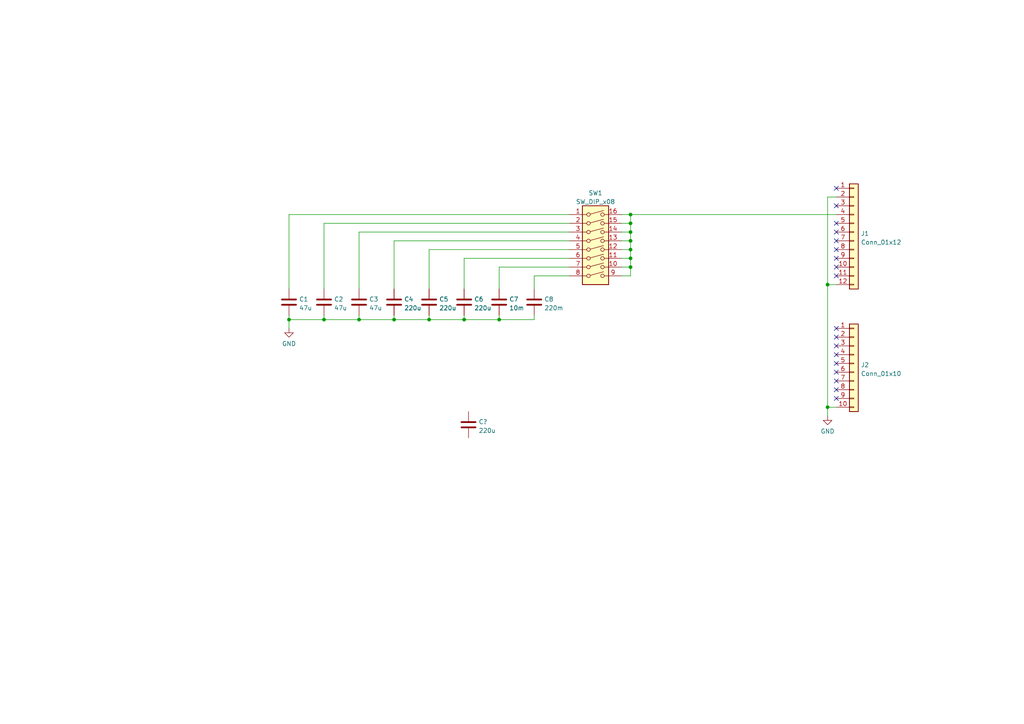
<source format=kicad_sch>
(kicad_sch (version 20211123) (generator eeschema)
  (paper "A4")
  (lib_symbols
    (symbol "Connector_Generic:Conn_01x10" (pin_names (offset 1.016) hide)
      (property "Reference" "J" (at 0 12.7 0))
      (property "Value" "Conn_01x10" (at 0 -15.24 0))
      (symbol "Conn_01x10_1_1"
        (rectangle (start -1.27 -12.573) (end 0 -12.827) (stroke (width 0.1524)))
        (rectangle (start -1.27 -10.033) (end 0 -10.287) (stroke (width 0.1524)))
        (rectangle (start -1.27 -7.493) (end 0 -7.747) (stroke (width 0.1524)))
        (rectangle (start -1.27 -4.953) (end 0 -5.207) (stroke (width 0.1524)))
        (rectangle (start -1.27 -2.413) (end 0 -2.667) (stroke (width 0.1524)))
        (rectangle (start -1.27 0.127) (end 0 -0.127) (stroke (width 0.1524)))
        (rectangle (start -1.27 2.667) (end 0 2.413) (stroke (width 0.1524)))
        (rectangle (start -1.27 5.207) (end 0 4.953) (stroke (width 0.1524)))
        (rectangle (start -1.27 7.747) (end 0 7.493) (stroke (width 0.1524)))
        (rectangle (start -1.27 10.287) (end 0 10.033) (stroke (width 0.1524)))
        (rectangle (start -1.27 11.43) (end 1.27 -13.97) (stroke (width 0.254)) (fill (type background)))
        (pin passive line (at -5.08 10.16 0) (length 3.81) (name "Pin_1") (number "1"))
        (pin passive line (at -5.08 -12.7 0) (length 3.81) (name "Pin_10") (number "10"))
        (pin passive line (at -5.08 7.62 0) (length 3.81) (name "Pin_2") (number "2"))
        (pin passive line (at -5.08 5.08 0) (length 3.81) (name "Pin_3") (number "3"))
        (pin passive line (at -5.08 2.54 0) (length 3.81) (name "Pin_4") (number "4"))
        (pin passive line (at -5.08 0 0) (length 3.81) (name "Pin_5") (number "5"))
        (pin passive line (at -5.08 -2.54 0) (length 3.81) (name "Pin_6") (number "6"))
        (pin passive line (at -5.08 -5.08 0) (length 3.81) (name "Pin_7") (number "7"))
        (pin passive line (at -5.08 -7.62 0) (length 3.81) (name "Pin_8") (number "8"))
        (pin passive line (at -5.08 -10.16 0) (length 3.81) (name "Pin_9") (number "9"))
      )
    )
    (symbol "Connector_Generic:Conn_01x12" (pin_names (offset 1.016) hide)
      (property "Reference" "J" (at 0 15.24 0))
      (property "Value" "Conn_01x12" (at 0 -17.78 0))
      (symbol "Conn_01x12_1_1"
        (rectangle (start -1.27 -15.113) (end 0 -15.367) (stroke (width 0.1524)))
        (rectangle (start -1.27 -12.573) (end 0 -12.827) (stroke (width 0.1524)))
        (rectangle (start -1.27 -10.033) (end 0 -10.287) (stroke (width 0.1524)))
        (rectangle (start -1.27 -7.493) (end 0 -7.747) (stroke (width 0.1524)))
        (rectangle (start -1.27 -4.953) (end 0 -5.207) (stroke (width 0.1524)))
        (rectangle (start -1.27 -2.413) (end 0 -2.667) (stroke (width 0.1524)))
        (rectangle (start -1.27 0.127) (end 0 -0.127) (stroke (width 0.1524)))
        (rectangle (start -1.27 2.667) (end 0 2.413) (stroke (width 0.1524)))
        (rectangle (start -1.27 5.207) (end 0 4.953) (stroke (width 0.1524)))
        (rectangle (start -1.27 7.747) (end 0 7.493) (stroke (width 0.1524)))
        (rectangle (start -1.27 10.287) (end 0 10.033) (stroke (width 0.1524)))
        (rectangle (start -1.27 12.827) (end 0 12.573) (stroke (width 0.1524)))
        (rectangle (start -1.27 13.97) (end 1.27 -16.51) (stroke (width 0.254)) (fill (type background)))
        (pin passive line (at -5.08 12.7 0) (length 3.81) (name "Pin_1") (number "1"))
        (pin passive line (at -5.08 -10.16 0) (length 3.81) (name "Pin_10") (number "10"))
        (pin passive line (at -5.08 -12.7 0) (length 3.81) (name "Pin_11") (number "11"))
        (pin passive line (at -5.08 -15.24 0) (length 3.81) (name "Pin_12") (number "12"))
        (pin passive line (at -5.08 10.16 0) (length 3.81) (name "Pin_2") (number "2"))
        (pin passive line (at -5.08 7.62 0) (length 3.81) (name "Pin_3") (number "3"))
        (pin passive line (at -5.08 5.08 0) (length 3.81) (name "Pin_4") (number "4"))
        (pin passive line (at -5.08 2.54 0) (length 3.81) (name "Pin_5") (number "5"))
        (pin passive line (at -5.08 0 0) (length 3.81) (name "Pin_6") (number "6"))
        (pin passive line (at -5.08 -2.54 0) (length 3.81) (name "Pin_7") (number "7"))
        (pin passive line (at -5.08 -5.08 0) (length 3.81) (name "Pin_8") (number "8"))
        (pin passive line (at -5.08 -7.62 0) (length 3.81) (name "Pin_9") (number "9"))
      )
    )
    (symbol "Device:C" (pin_numbers hide) (pin_names (offset 0.254))
      (property "Reference" "C" (at 0.635 2.54 0))
      (property "Value" "C" (at 0.635 -2.54 0))
      (symbol "C_0_1"
        (polyline (pts (xy -2.032 -0.762) (xy 2.032 -0.762)) (stroke (width 0.508)))
        (polyline (pts (xy -2.032 0.762) (xy 2.032 0.762)) (stroke (width 0.508)))
      )
      (symbol "C_1_1"
        (pin passive line (at 0 3.81 270) (length 2.794) (name "~") (number "1"))
        (pin passive line (at 0 -3.81 90) (length 2.794) (name "~") (number "2"))
      )
    )
    (symbol "Switch:SW_DIP_x08" (pin_names (offset 0) hide)
      (property "Reference" "SW" (at 0 13.97 0))
      (property "Value" "SW_DIP_x08" (at 0 -11.43 0))
      (symbol "SW_DIP_x08_0_0"
        (circle (center -2.032 -7.62) (radius 0.508))
        (circle (center -2.032 -5.08) (radius 0.508))
        (circle (center -2.032 -2.54) (radius 0.508))
        (circle (center -2.032 0) (radius 0.508))
        (circle (center -2.032 2.54) (radius 0.508))
        (circle (center -2.032 5.08) (radius 0.508))
        (circle (center -2.032 7.62) (radius 0.508))
        (circle (center -2.032 10.16) (radius 0.508))
        (polyline (pts (xy -1.524 -7.4676) (xy 2.3622 -6.4262)))
        (polyline (pts (xy -1.524 -4.9276) (xy 2.3622 -3.8862)))
        (polyline (pts (xy -1.524 -2.3876) (xy 2.3622 -1.3462)))
        (polyline (pts (xy -1.524 0.127) (xy 2.3622 1.1684)))
        (polyline (pts (xy -1.524 2.667) (xy 2.3622 3.7084)))
        (polyline (pts (xy -1.524 5.207) (xy 2.3622 6.2484)))
        (polyline (pts (xy -1.524 7.747) (xy 2.3622 8.7884)))
        (polyline (pts (xy -1.524 10.287) (xy 2.3622 11.3284)))
        (circle (center 2.032 -7.62) (radius 0.508))
        (circle (center 2.032 -5.08) (radius 0.508))
        (circle (center 2.032 -2.54) (radius 0.508))
        (circle (center 2.032 0) (radius 0.508))
        (circle (center 2.032 2.54) (radius 0.508))
        (circle (center 2.032 5.08) (radius 0.508))
        (circle (center 2.032 7.62) (radius 0.508))
        (circle (center 2.032 10.16) (radius 0.508))
      )
      (symbol "SW_DIP_x08_0_1"
        (rectangle (start -3.81 12.7) (end 3.81 -10.16) (stroke (width 0.254)) (fill (type background)))
      )
      (symbol "SW_DIP_x08_1_1"
        (pin passive line (at -7.62 10.16 0) (length 5.08) (name "~") (number "1"))
        (pin passive line (at 7.62 -5.08 180) (length 5.08) (name "~") (number "10"))
        (pin passive line (at 7.62 -2.54 180) (length 5.08) (name "~") (number "11"))
        (pin passive line (at 7.62 0 180) (length 5.08) (name "~") (number "12"))
        (pin passive line (at 7.62 2.54 180) (length 5.08) (name "~") (number "13"))
        (pin passive line (at 7.62 5.08 180) (length 5.08) (name "~") (number "14"))
        (pin passive line (at 7.62 7.62 180) (length 5.08) (name "~") (number "15"))
        (pin passive line (at 7.62 10.16 180) (length 5.08) (name "~") (number "16"))
        (pin passive line (at -7.62 7.62 0) (length 5.08) (name "~") (number "2"))
        (pin passive line (at -7.62 5.08 0) (length 5.08) (name "~") (number "3"))
        (pin passive line (at -7.62 2.54 0) (length 5.08) (name "~") (number "4"))
        (pin passive line (at -7.62 0 0) (length 5.08) (name "~") (number "5"))
        (pin passive line (at -7.62 -2.54 0) (length 5.08) (name "~") (number "6"))
        (pin passive line (at -7.62 -5.08 0) (length 5.08) (name "~") (number "7"))
        (pin passive line (at -7.62 -7.62 0) (length 5.08) (name "~") (number "8"))
        (pin passive line (at 7.62 -7.62 180) (length 5.08) (name "~") (number "9"))
      )
    )
    (symbol "power:GND" (power) (pin_names (offset 0))
      (property "Value" "GND" (at 0 -3.81 0))
      (symbol "GND_0_1"
        (polyline (pts (xy 0 0) (xy 0 -1.27) (xy 1.27 -1.27) (xy 0 -2.54) (xy -1.27 -1.27) (xy 0 -1.27)))
      )
      (symbol "GND_1_1"
        (pin power_in line (at 0 0 270) (length 0) hide (name "GND") (number "1"))
      )
    )
  )
  (junction (at 182.88 69.85))
  (junction (at 182.88 62.23))
  (junction (at 182.88 67.31))
  (junction (at 240.03 82.55))
  (junction (at 124.46 92.71))
  (junction (at 182.88 72.39))
  (junction (at 182.88 74.93))
  (junction (at 134.62 92.71))
  (junction (at 182.88 77.47))
  (junction (at 114.3 92.71))
  (junction (at 104.14 92.71))
  (junction (at 182.88 64.77))
  (junction (at 240.03 118.11))
  (junction (at 93.98 92.71))
  (junction (at 83.82 92.71))
  (junction (at 144.78 92.71))
  (no_connect (at 242.57 67.31))
  (no_connect (at 242.57 113.03))
  (no_connect (at 242.57 64.77))
  (no_connect (at 242.57 115.57))
  (no_connect (at 242.57 54.61))
  (no_connect (at 242.57 105.41))
  (no_connect (at 242.57 74.93))
  (no_connect (at 242.57 100.33))
  (no_connect (at 242.57 72.39))
  (no_connect (at 242.57 95.25))
  (no_connect (at 242.57 69.85))
  (no_connect (at 242.57 107.95))
  (no_connect (at 242.57 102.87))
  (no_connect (at 242.57 59.69))
  (no_connect (at 242.57 77.47))
  (no_connect (at 242.57 110.49))
  (no_connect (at 242.57 97.79))
  (no_connect (at 242.57 80.01))
  (wire (pts (xy 93.98 83.82) (xy 93.98 64.77)))
  (wire (pts (xy 104.14 83.82) (xy 104.14 67.31)))
  (wire (pts (xy 180.34 72.39) (xy 182.88 72.39)))
  (wire (pts (xy 83.82 92.71) (xy 93.98 92.71)))
  (wire (pts (xy 83.82 62.23) (xy 165.1 62.23)))
  (wire (pts (xy 240.03 120.65) (xy 240.03 118.11)))
  (wire (pts (xy 134.62 91.44) (xy 134.62 92.71)))
  (wire (pts (xy 154.94 92.71) (xy 144.78 92.71)))
  (wire (pts (xy 144.78 77.47) (xy 165.1 77.47)))
  (wire (pts (xy 114.3 69.85) (xy 165.1 69.85)))
  (wire (pts (xy 154.94 83.82) (xy 154.94 80.01)))
  (wire (pts (xy 144.78 83.82) (xy 144.78 77.47)))
  (wire (pts (xy 144.78 92.71) (xy 134.62 92.71)))
  (wire (pts (xy 83.82 91.44) (xy 83.82 92.71)))
  (wire (pts (xy 154.94 91.44) (xy 154.94 92.71)))
  (wire (pts (xy 182.88 80.01) (xy 182.88 77.47)))
  (wire (pts (xy 93.98 91.44) (xy 93.98 92.71)))
  (wire (pts (xy 182.88 74.93) (xy 182.88 72.39)))
  (wire (pts (xy 104.14 91.44) (xy 104.14 92.71)))
  (wire (pts (xy 134.62 74.93) (xy 165.1 74.93)))
  (wire (pts (xy 240.03 82.55) (xy 240.03 118.11)))
  (wire (pts (xy 180.34 74.93) (xy 182.88 74.93)))
  (wire (pts (xy 93.98 64.77) (xy 165.1 64.77)))
  (wire (pts (xy 180.34 67.31) (xy 182.88 67.31)))
  (wire (pts (xy 83.82 92.71) (xy 83.82 95.25)))
  (wire (pts (xy 124.46 72.39) (xy 165.1 72.39)))
  (wire (pts (xy 182.88 69.85) (xy 182.88 67.31)))
  (wire (pts (xy 182.88 62.23) (xy 242.57 62.23)))
  (wire (pts (xy 83.82 83.82) (xy 83.82 62.23)))
  (wire (pts (xy 240.03 118.11) (xy 242.57 118.11)))
  (wire (pts (xy 114.3 92.71) (xy 104.14 92.71)))
  (wire (pts (xy 114.3 83.82) (xy 114.3 69.85)))
  (wire (pts (xy 242.57 82.55) (xy 240.03 82.55)))
  (wire (pts (xy 124.46 91.44) (xy 124.46 92.71)))
  (wire (pts (xy 124.46 83.82) (xy 124.46 72.39)))
  (wire (pts (xy 144.78 91.44) (xy 144.78 92.71)))
  (wire (pts (xy 240.03 57.15) (xy 240.03 82.55)))
  (wire (pts (xy 154.94 80.01) (xy 165.1 80.01)))
  (wire (pts (xy 124.46 92.71) (xy 114.3 92.71)))
  (wire (pts (xy 182.88 77.47) (xy 182.88 74.93)))
  (wire (pts (xy 134.62 92.71) (xy 124.46 92.71)))
  (wire (pts (xy 182.88 72.39) (xy 182.88 69.85)))
  (wire (pts (xy 104.14 67.31) (xy 165.1 67.31)))
  (wire (pts (xy 242.57 57.15) (xy 240.03 57.15)))
  (wire (pts (xy 182.88 62.23) (xy 180.34 62.23)))
  (wire (pts (xy 182.88 67.31) (xy 182.88 64.77)))
  (wire (pts (xy 134.62 83.82) (xy 134.62 74.93)))
  (wire (pts (xy 180.34 64.77) (xy 182.88 64.77)))
  (wire (pts (xy 114.3 91.44) (xy 114.3 92.71)))
  (wire (pts (xy 180.34 77.47) (xy 182.88 77.47)))
  (wire (pts (xy 180.34 69.85) (xy 182.88 69.85)))
  (wire (pts (xy 104.14 92.71) (xy 93.98 92.71)))
  (wire (pts (xy 182.88 64.77) (xy 182.88 62.23)))
  (wire (pts (xy 180.34 80.01) (xy 182.88 80.01)))
  (symbol (lib_id "Device:C") (at 93.98 87.63 0) (unit 1)
    (property "Reference" "C2" (at 96.901 86.7953 0) (effects (justify left)))
    (property "Value" "47u" (at 96.901 89.3322 0) (effects (justify left)))
    (property "Footprint" "Capacitor_SMD:C_0805_2012Metric" (effects hide))
    (property "MPN" "GRM21BR61A476ME15K" (effects hide))
  )
  (symbol (lib_id "Device:C") (at 144.78 87.63 0) (unit 1)
    (property "Reference" "C7" (at 147.701 86.7953 0) (effects (justify left)))
    (property "Value" "10m" (at 147.701 89.3322 0) (effects (justify left)))
    (property "Footprint" "riotee:KM_FG0H103ZF" (effects hide))
    (property "MPN" "FG0H103ZF" (effects hide))
  )
  (symbol (lib_id "Device:C") (at 104.14 87.63 0) (unit 1)
    (property "Reference" "C3" (at 107.061 86.7953 0) (effects (justify left)))
    (property "Value" "47u" (at 107.061 89.3322 0) (effects (justify left)))
    (property "Footprint" "Capacitor_SMD:C_0805_2012Metric" (effects hide))
    (property "MPN" "GRM21BR61A476ME15K" (effects hide))
  )
  (symbol (lib_id "power:GND") (at 240.03 120.65 0) (unit 1)
    (property "Reference" "#PWR02" (effects hide))
    (property "Value" "GND" (at 240.03 125.0934 0))
  )
  (symbol (lib_id "Device:C") (at 135.89 123.19 0) (unit 1)
    (property "Reference" "C?" (at 138.811 122.3553 0) (effects (justify left)))
    (property "Value" "220u" (at 138.811 124.8922 0) (effects (justify left)))
    (property "Footprint" "Capacitor_SMD:C_1210_3225Metric" (effects hide))
    (property "MPN" "GRM31CR60J227ME11K" (effects hide))
  )
  (symbol (lib_id "Connector_Generic:Conn_01x10") (at 247.65 105.41 0) (unit 1)
    (property "Reference" "J2" (at 249.682 105.8453 0) (effects (justify left)))
    (property "Value" "Conn_01x10" (at 249.682 108.3822 0) (effects (justify left)))
    (property "Footprint" "riotee:PinSocket_1x10_P2.54mm_Vertical" (effects hide))
    (property "MPN" "PRT-11376" (effects hide))
  )
  (symbol (lib_id "Device:C") (at 154.94 87.63 0) (unit 1)
    (property "Reference" "C8" (at 157.861 86.7953 0) (effects (justify left)))
    (property "Value" "220m" (at 157.861 89.3322 0) (effects (justify left)))
    (property "Footprint" "riotee:KM_FG0H103ZF" (effects hide))
    (property "MPN" "FGH0H224ZF" (effects hide))
  )
  (symbol (lib_id "Connector_Generic:Conn_01x12") (at 247.65 67.31 0) (unit 1)
    (property "Reference" "J1" (at 249.682 67.7453 0) (effects (justify left)))
    (property "Value" "Conn_01x12" (at 249.682 70.2822 0) (effects (justify left)))
    (property "Footprint" "riotee:PinSocket_1x12_P2.54mm_Vertical" (effects hide))
    (property "MPN" "PRT-14322" (effects hide))
  )
  (symbol (lib_id "power:GND") (at 83.82 95.25 0) (unit 1)
    (property "Reference" "#PWR01" (effects hide))
    (property "Value" "GND" (at 83.82 99.6934 0))
  )
  (symbol (lib_id "Device:C") (at 124.46 87.63 0) (unit 1)
    (property "Reference" "C5" (at 127.381 86.7953 0) (effects (justify left)))
    (property "Value" "220u" (at 127.381 89.3322 0) (effects (justify left)))
    (property "Footprint" "Capacitor_SMD:C_1206_3216Metric" (effects hide))
    (property "MPN" "GRM31CR60J227ME11K" (effects hide))
  )
  (symbol (lib_id "Device:C") (at 83.82 87.63 0) (unit 1)
    (property "Reference" "C1" (at 86.741 86.7953 0) (effects (justify left)))
    (property "Value" "47u" (at 86.741 89.3322 0) (effects (justify left)))
    (property "Footprint" "Capacitor_SMD:C_0805_2012Metric" (effects hide))
    (property "MPN" "GRM21BR61A476ME15K" (effects hide))
  )
  (symbol (lib_id "Device:C") (at 134.62 87.63 0) (unit 1)
    (property "Reference" "C6" (at 137.541 86.7953 0) (effects (justify left)))
    (property "Value" "220u" (at 137.541 89.3322 0) (effects (justify left)))
    (property "Footprint" "Capacitor_SMD:C_1206_3216Metric" (effects hide))
    (property "MPN" "GRM31CR60J227ME11K" (effects hide))
  )
  (symbol (lib_id "Device:C") (at 114.3 87.63 0) (unit 1)
    (property "Reference" "C4" (at 117.221 86.7953 0) (effects (justify left)))
    (property "Value" "220u" (at 117.221 89.3322 0) (effects (justify left)))
    (property "Footprint" "Capacitor_SMD:C_1206_3216Metric" (effects hide))
    (property "MPN" "GRM31CR60J227ME11K" (effects hide))
  )
  (symbol (lib_id "Switch:SW_DIP_x08") (at 172.72 72.39 0) (unit 1)
    (property "Reference" "SW1" (at 172.72 55.9902 0))
    (property "Value" "SW_DIP_x08" (at 172.72 58.5271 0))
    (property "Footprint" "riotee:TE_1-1825058-9" (effects hide))
    (property "MPN" "1-1825058-9" (effects hide))
  )
)
</source>
